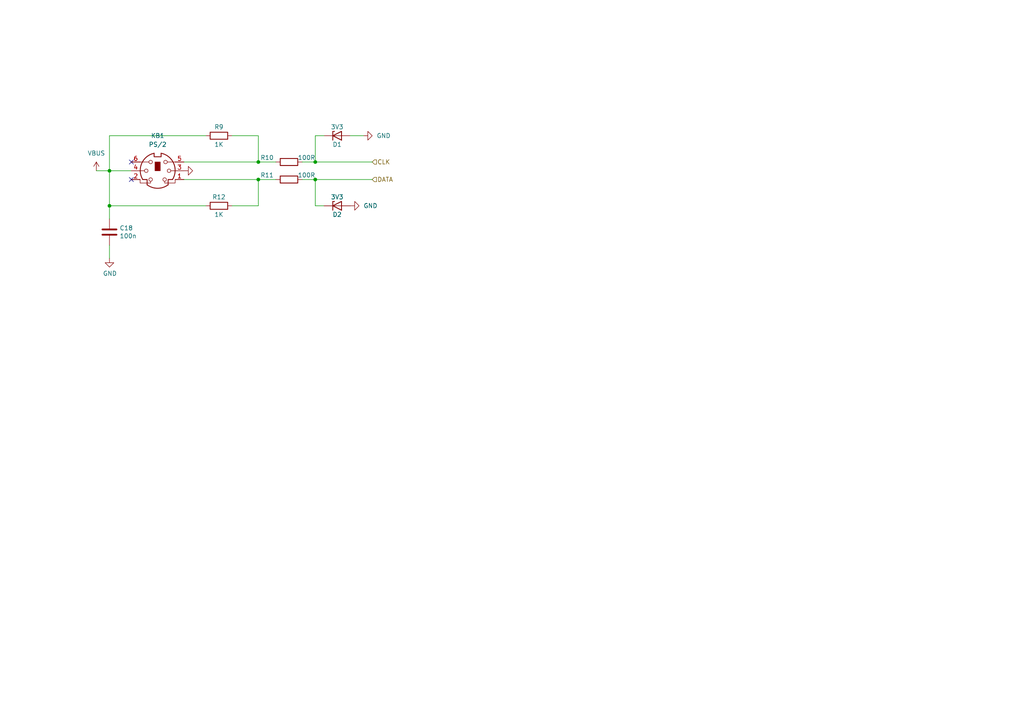
<source format=kicad_sch>
(kicad_sch (version 20231120) (generator "eeschema") (generator_version "8.0")
  (paper "A4")
  (title_block (title "FRANK") (date "2024-12-15") (rev "2.0") (company "Mikhail Matveev") (comment 1 "https://github.com/xtremespb/frank2"))
  (lib_symbols
    (symbol "Connector:Mini-DIN-6" (pin_names (offset 1.016))
      (property "Reference" "J" (at 0 6.35 0))
      (property "Value" "Mini-DIN-6" (at 0 -6.35 0))
      (symbol "Mini-DIN-6_0_1"
        (circle (center -3.302 0) (radius 0.508))
        (arc (start -3.048 -4.064) (mid 0 -5.08) (end 3.048 -4.064) (stroke (width 0.254)))
        (circle (center -2.032 -2.54) (radius 0.508))
        (circle (center -2.032 2.54) (radius 0.508))
        (arc (start -1.016 5.08) (mid -4.6228 2.1214) (end -4.318 -2.54) (stroke (width 0.254)))
        (rectangle (start -0.762 2.54) (end 0.762 0) (fill (type outline)))
        (polyline (pts (xy -3.81 0) (xy -5.08 0)))
        (polyline (pts (xy -2.54 2.54) (xy -5.08 2.54)))
        (polyline (pts (xy 2.794 2.54) (xy 5.08 2.54)))
        (polyline (pts (xy 5.08 0) (xy 3.81 0)))
        (polyline (pts (xy -4.318 -2.54) (xy -3.048 -2.54) (xy -3.048 -4.064)) (stroke (width 0.254)))
        (polyline (pts (xy 4.318 -2.54) (xy 3.048 -2.54) (xy 3.048 -4.064)) (stroke (width 0.254)))
        (polyline (pts (xy -2.032 -3.048) (xy -2.032 -3.556) (xy -5.08 -3.556) (xy -5.08 -2.54)))
        (polyline (pts (xy -1.016 5.08) (xy -1.016 4.064) (xy 1.016 4.064) (xy 1.016 5.08)) (stroke (width 0.254)))
        (polyline (pts (xy 2.032 -3.048) (xy 2.032 -3.556) (xy 5.08 -3.556) (xy 5.08 -2.54)))
        (circle (center 2.032 -2.54) (radius 0.508))
        (circle (center 2.286 2.54) (radius 0.508))
        (circle (center 3.302 0) (radius 0.508))
        (arc (start 4.318 -2.54) (mid 4.6661 2.1322) (end 1.016 5.08) (stroke (width 0.254)))
      )
      (symbol "Mini-DIN-6_1_1"
        (pin passive line (at 7.62 -2.54 180) (length 2.54) (name "~") (number "1"))
        (pin passive line (at -7.62 -2.54 0) (length 2.54) (name "~") (number "2"))
        (pin passive line (at 7.62 0 180) (length 2.54) (name "~") (number "3"))
        (pin passive line (at -7.62 0 0) (length 2.54) (name "~") (number "4"))
        (pin passive line (at 7.62 2.54 180) (length 2.54) (name "~") (number "5"))
        (pin passive line (at -7.62 2.54 0) (length 2.54) (name "~") (number "6"))
      )
    )
    (symbol "Device:C" (pin_numbers hide) (pin_names (offset 0.254))
      (property "Reference" "C" (at 0.635 2.54 0))
      (property "Value" "C" (at 0.635 -2.54 0))
      (symbol "C_0_1"
        (polyline (pts (xy -2.032 -0.762) (xy 2.032 -0.762)) (stroke (width 0.508)))
        (polyline (pts (xy -2.032 0.762) (xy 2.032 0.762)) (stroke (width 0.508)))
      )
      (symbol "C_1_1"
        (pin passive line (at 0 3.81 270) (length 2.794) (name "~") (number "1"))
        (pin passive line (at 0 -3.81 90) (length 2.794) (name "~") (number "2"))
      )
    )
    (symbol "Device:D_Zener" (pin_numbers hide) (pin_names (offset 1.016) hide)
      (property "Reference" "D" (at 0 2.54 0))
      (property "Value" "D_Zener" (at 0 -2.54 0))
      (symbol "D_Zener_0_1"
        (polyline (pts (xy 1.27 0) (xy -1.27 0)))
        (polyline (pts (xy -1.27 -1.27) (xy -1.27 1.27) (xy -0.762 1.27)) (stroke (width 0.254)))
        (polyline (pts (xy 1.27 -1.27) (xy 1.27 1.27) (xy -1.27 0) (xy 1.27 -1.27)) (stroke (width 0.254)))
      )
      (symbol "D_Zener_1_1"
        (pin passive line (at -3.81 0 0) (length 2.54) (name "K") (number "1"))
        (pin passive line (at 3.81 0 180) (length 2.54) (name "A") (number "2"))
      )
    )
    (symbol "Device:R" (pin_numbers hide) (pin_names (offset 0))
      (property "Reference" "R" (at 2.032 0 90))
      (property "Value" "R" (at 0 0 90))
      (symbol "R_0_1"
        (rectangle (start -1.016 -2.54) (end 1.016 2.54) (stroke (width 0.254)))
      )
      (symbol "R_1_1"
        (pin passive line (at 0 3.81 270) (length 1.27) (name "~") (number "1"))
        (pin passive line (at 0 -3.81 90) (length 1.27) (name "~") (number "2"))
      )
    )
    (symbol "power:GND" (power) (pin_names (offset 0))
      (property "Value" "GND" (at 0 -3.81 0))
      (symbol "GND_0_1"
        (polyline (pts (xy 0 0) (xy 0 -1.27) (xy 1.27 -1.27) (xy 0 -2.54) (xy -1.27 -1.27) (xy 0 -1.27)))
      )
      (symbol "GND_1_1"
        (pin power_in line (at 0 0 270) (length 0) hide (name "GND") (number "1"))
      )
    )
    (symbol "power:VBUS" (power) (pin_numbers hide) (pin_names (offset 0) hide)
      (property "Value" "VBUS" (at 0 3.556 0))
      (symbol "VBUS_0_1"
        (polyline (pts (xy -0.762 1.27) (xy 0 2.54)))
        (polyline (pts (xy 0 0) (xy 0 2.54)))
        (polyline (pts (xy 0 2.54) (xy 0.762 1.27)))
      )
      (symbol "VBUS_1_1"
        (pin power_in line (at 0 0 90) (length 0) (name "~") (number "1"))
      )
    )
  )
  (junction (at 91.44 52.07))
  (junction (at 74.93 46.99))
  (junction (at 31.75 49.53))
  (junction (at 91.44 46.99))
  (junction (at 31.75 59.69))
  (junction (at 74.93 52.07))
  (no_connect (at 38.1 46.99))
  (no_connect (at 38.1 52.07))
  (wire (pts (xy 74.93 52.07) (xy 80.01 52.07)))
  (wire (pts (xy 74.93 46.99) (xy 80.01 46.99)))
  (wire (pts (xy 59.69 59.69) (xy 31.75 59.69)))
  (wire (pts (xy 31.75 59.69) (xy 31.75 63.5)))
  (wire (pts (xy 31.75 39.37) (xy 31.75 49.53)))
  (wire (pts (xy 101.6 39.37) (xy 105.41 39.37)))
  (wire (pts (xy 91.44 52.07) (xy 87.63 52.07)))
  (wire (pts (xy 91.44 59.69) (xy 91.44 52.07)))
  (wire (pts (xy 91.44 52.07) (xy 107.95 52.07)))
  (wire (pts (xy 31.75 59.69) (xy 31.75 49.53)))
  (wire (pts (xy 59.69 39.37) (xy 31.75 39.37)))
  (wire (pts (xy 93.98 59.69) (xy 91.44 59.69)))
  (wire (pts (xy 93.98 39.37) (xy 91.44 39.37)))
  (wire (pts (xy 53.34 52.07) (xy 74.93 52.07)))
  (wire (pts (xy 91.44 46.99) (xy 107.95 46.99)))
  (wire (pts (xy 91.44 39.37) (xy 91.44 46.99)))
  (wire (pts (xy 31.75 49.53) (xy 38.1 49.53)))
  (wire (pts (xy 31.75 49.53) (xy 27.94 49.53)))
  (wire (pts (xy 67.31 59.69) (xy 74.93 59.69)))
  (wire (pts (xy 74.93 39.37) (xy 74.93 46.99)))
  (wire (pts (xy 53.34 46.99) (xy 74.93 46.99)))
  (wire (pts (xy 67.31 39.37) (xy 74.93 39.37)))
  (wire (pts (xy 31.75 71.12) (xy 31.75 74.93)))
  (wire (pts (xy 74.93 52.07) (xy 74.93 59.69)))
  (wire (pts (xy 91.44 46.99) (xy 87.63 46.99)))
  (hierarchical_label "DATA" (shape input) (at 107.95 52.07 0))
  (hierarchical_label "CLK" (shape input) (at 107.95 46.99 0))
  (symbol (lib_id "power:GND") (at 101.6 59.69 90) (unit 1)
    (property "Reference" "#PWR030" (effects (hide yes)))
    (property "Value" "GND" (at 105.41 59.6899 90) (effects (justify right)))
  )
  (symbol (lib_id "Device:D_Zener") (at 97.79 59.69 0) (unit 1)
    (property "Reference" "D2" (at 97.79 62.23 0))
    (property "Value" "3V3" (at 97.79 57.15 0))
    (property "Footprint" "LIBS:D_0805" (effects (hide yes)))
  )
  (symbol (lib_id "power:GND") (at 31.75 74.93 0) (unit 1)
    (property "Reference" "#PWR031" (effects (hide yes)))
    (property "Value" "GND" (at 31.877 79.3242 0))
  )
  (symbol (lib_id "Device:R") (at 83.82 52.07 90) (unit 1)
    (property "Reference" "R11" (at 77.47 50.8 90))
    (property "Value" "100R" (at 88.9 50.8 90))
    (property "Footprint" "LIBS:R_0805" (effects (hide yes)))
  )
  (symbol (lib_id "Device:R") (at 83.82 46.99 90) (unit 1)
    (property "Reference" "R10" (at 77.47 45.72 90))
    (property "Value" "100R" (at 88.9 45.72 90))
    (property "Footprint" "LIBS:R_0805" (effects (hide yes)))
  )
  (symbol (lib_id "power:GND") (at 105.41 39.37 90) (unit 1)
    (property "Reference" "#PWR027" (effects (hide yes)))
    (property "Value" "GND" (at 109.22 39.3699 90) (effects (justify right)))
  )
  (symbol (lib_id "power:VBUS") (at 27.94 49.53 0) (unit 1)
    (property "Reference" "#PWR028" (effects (hide yes)))
    (property "Value" "VBUS" (at 27.94 44.45 0))
    (property "Description" "Power symbol creates a global label with name \"VBUS\"" (effects (hide yes)))
  )
  (symbol (lib_id "Device:R") (at 63.5 59.69 90) (unit 1)
    (property "Reference" "R12" (at 63.5 57.15 90))
    (property "Value" "1K" (at 63.5 62.23 90))
    (property "Footprint" "LIBS:R_0805" (effects (hide yes)))
  )
  (symbol (lib_id "Device:R") (at 63.5 39.37 90) (unit 1)
    (property "Reference" "R9" (at 63.5 36.83 90))
    (property "Value" "1K" (at 63.5 41.91 90))
    (property "Footprint" "LIBS:R_0805" (effects (hide yes)))
  )
  (symbol (lib_id "Connector:Mini-DIN-6") (at 45.72 49.53 0) (unit 1)
    (property "Reference" "KB1" (at 45.7377 39.37 0))
    (property "Value" "PS/2" (at 45.7377 41.91 0))
    (property "Footprint" "LIBS:Connector_Mini-DIN_Female_6Pin_2rows" (effects (hide yes)))
    (property "Datasheet" "http://service.powerdynamics.com/ec/Catalog17/Section%2011.pdf" (effects (hide yes)))
  )
  (symbol (lib_id "power:GND") (at 53.34 49.53 90) (unit 1)
    (property "Reference" "#PWR029" (effects (hide yes)))
    (property "Value" "GND" (effects (hide yes)))
  )
  (symbol (lib_id "Device:D_Zener") (at 97.79 39.37 0) (unit 1)
    (property "Reference" "D1" (at 97.79 41.91 0))
    (property "Value" "3V3" (at 97.79 36.83 0))
    (property "Footprint" "LIBS:D_0805" (effects (hide yes)))
  )
  (symbol (lib_id "Device:C") (at 31.75 67.31 0) (unit 1)
    (property "Reference" "C18" (at 34.671 66.1416 0) (effects (justify left)))
    (property "Value" "100n" (at 34.671 68.453 0) (effects (justify left)))
    (property "Footprint" "LIBS:C_0805" (effects (hide yes)))
  )
)
</source>
